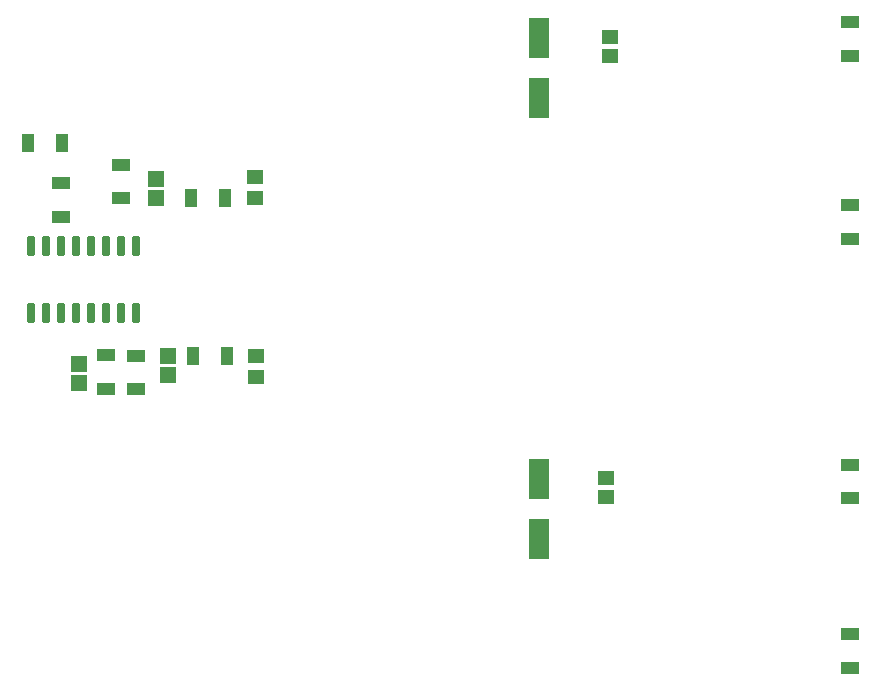
<source format=gbr>
%TF.GenerationSoftware,Altium Limited,Altium Designer,20.0.13 (296)*%
G04 Layer_Color=8421504*
%FSLAX26Y26*%
%MOIN*%
%TF.FileFunction,Paste,Top*%
%TF.Part,Single*%
G01*
G75*
%TA.AperFunction,SMDPad,CuDef*%
%ADD10R,0.057087X0.051181*%
%ADD11R,0.070866X0.135827*%
%ADD12R,0.057087X0.045276*%
G04:AMPARAMS|DCode=13|XSize=25.591mil|YSize=64.961mil|CornerRadius=1.919mil|HoleSize=0mil|Usage=FLASHONLY|Rotation=180.000|XOffset=0mil|YOffset=0mil|HoleType=Round|Shape=RoundedRectangle|*
%AMROUNDEDRECTD13*
21,1,0.025591,0.061122,0,0,180.0*
21,1,0.021752,0.064961,0,0,180.0*
1,1,0.003839,-0.010876,0.030561*
1,1,0.003839,0.010876,0.030561*
1,1,0.003839,0.010876,-0.030561*
1,1,0.003839,-0.010876,-0.030561*
%
%ADD13ROUNDEDRECTD13*%
%ADD14R,0.064961X0.043307*%
%ADD15R,0.057087X0.053150*%
%ADD16R,0.043307X0.064961*%
D10*
X4468504Y3361496D02*
D03*
Y3298504D02*
D03*
X4455276Y1828504D02*
D03*
Y1891496D02*
D03*
D11*
X4232283Y3360394D02*
D03*
Y3159606D02*
D03*
Y1689606D02*
D03*
Y1890394D02*
D03*
D12*
X3285276Y2895433D02*
D03*
Y2824567D02*
D03*
X3290276Y2229567D02*
D03*
Y2300433D02*
D03*
D13*
X2890276Y2666220D02*
D03*
X2840276D02*
D03*
X2790276D02*
D03*
X2740276D02*
D03*
X2690276D02*
D03*
X2640276D02*
D03*
X2590276D02*
D03*
X2540276D02*
D03*
X2890276Y2443780D02*
D03*
X2840276D02*
D03*
X2790276D02*
D03*
X2740276D02*
D03*
X2690276D02*
D03*
X2640276D02*
D03*
X2590276D02*
D03*
X2540276D02*
D03*
D14*
X2840276Y2937205D02*
D03*
Y2825000D02*
D03*
X5270000Y1371102D02*
D03*
Y1258898D02*
D03*
Y1937205D02*
D03*
Y1825000D02*
D03*
Y2801102D02*
D03*
Y2688898D02*
D03*
Y3411102D02*
D03*
Y3298898D02*
D03*
X2640276Y2876102D02*
D03*
Y2763898D02*
D03*
X2890276Y2187795D02*
D03*
Y2300000D02*
D03*
X2790276Y2188898D02*
D03*
Y2301102D02*
D03*
D15*
X2995276Y2235039D02*
D03*
Y2300000D02*
D03*
X2955276Y2889961D02*
D03*
Y2825000D02*
D03*
X2700276Y2272480D02*
D03*
Y2207520D02*
D03*
D16*
X3186378Y2825000D02*
D03*
X3074173D02*
D03*
X3191378Y2300000D02*
D03*
X3079173D02*
D03*
X2641378Y3010000D02*
D03*
X2529173D02*
D03*
%TF.MD5,06e26e05461da5a937c821afb03bc564*%
M02*

</source>
